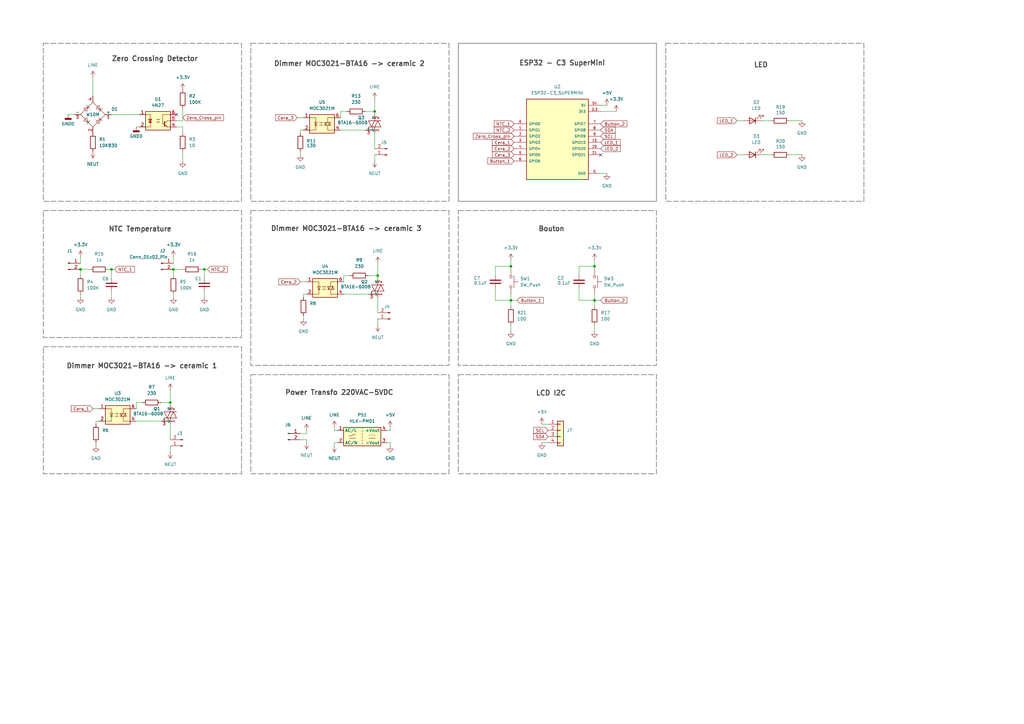
<source format=kicad_sch>
(kicad_sch (version 20231120) (generator "eeschema") (generator_version "8.0")
  (paper "A3")
  (title_block (title "HotPlate_Soldering") (date "2024-09-17"))
  (lib_symbols
    (symbol "Connector:Conn_01x02_Pin" (pin_names (offset 1.016) hide)
      (property "Reference" "J" (at 0 2.54 0))
      (property "Value" "Conn_01x02_Pin" (at 0 -5.08 0))
      (symbol "Conn_01x02_Pin_1_1"
        (polyline (pts (xy 1.27 -2.54) (xy 0.8636 -2.54)) (stroke (width 0.1524)))
        (polyline (pts (xy 1.27 0) (xy 0.8636 0)) (stroke (width 0.1524)))
        (rectangle (start 0.8636 -2.413) (end 0 -2.667) (stroke (width 0.1524)) (fill (type outline)))
        (rectangle (start 0.8636 0.127) (end 0 -0.127) (stroke (width 0.1524)) (fill (type outline)))
        (pin passive line (at 5.08 0 180) (length 3.81) (name "Pin_1") (number "1"))
        (pin passive line (at 5.08 -2.54 180) (length 3.81) (name "Pin_2") (number "2"))
      )
    )
    (symbol "Connector_Generic:Conn_01x04" (pin_names (offset 1.016) hide)
      (property "Reference" "J" (at 0 5.08 0))
      (property "Value" "Conn_01x04" (at 0 -7.62 0))
      (symbol "Conn_01x04_1_1"
        (rectangle (start -1.27 -4.953) (end 0 -5.207) (stroke (width 0.1524)))
        (rectangle (start -1.27 -2.413) (end 0 -2.667) (stroke (width 0.1524)))
        (rectangle (start -1.27 0.127) (end 0 -0.127) (stroke (width 0.1524)))
        (rectangle (start -1.27 2.667) (end 0 2.413) (stroke (width 0.1524)))
        (rectangle (start -1.27 3.81) (end 1.27 -6.35) (stroke (width 0.254)) (fill (type background)))
        (pin passive line (at -5.08 2.54 0) (length 3.81) (name "Pin_1") (number "1"))
        (pin passive line (at -5.08 0 0) (length 3.81) (name "Pin_2") (number "2"))
        (pin passive line (at -5.08 -2.54 0) (length 3.81) (name "Pin_3") (number "3"))
        (pin passive line (at -5.08 -5.08 0) (length 3.81) (name "Pin_4") (number "4"))
      )
    )
    (symbol "Converter_ACDC:HLK-PM01"
      (property "Reference" "PS" (at 0 5.08 0))
      (property "Value" "HLK-PM01" (at 0 -5.08 0))
      (symbol "HLK-PM01_0_1"
        (rectangle (start -7.62 3.81) (end 7.62 -3.81) (stroke (width 0.254)) (fill (type background)))
        (arc (start -5.334 0.635) (mid -4.699 0.2495) (end -4.064 0.635))
        (arc (start -2.794 0.635) (mid -3.429 1.0072) (end -4.064 0.635))
        (polyline (pts (xy -5.334 -0.635) (xy -2.794 -0.635)))
        (polyline (pts (xy 0 -2.54) (xy 0 -3.175)))
        (polyline (pts (xy 0 -1.27) (xy 0 -1.905)))
        (polyline (pts (xy 0 0) (xy 0 -0.635)))
        (polyline (pts (xy 0 1.27) (xy 0 0.635)))
        (polyline (pts (xy 0 2.54) (xy 0 1.905)))
        (polyline (pts (xy 0 3.81) (xy 0 3.175)))
        (polyline (pts (xy 2.794 -0.635) (xy 5.334 -0.635)))
        (polyline (pts (xy 2.794 0.635) (xy 3.302 0.635)))
        (polyline (pts (xy 3.81 0.635) (xy 4.318 0.635)))
        (polyline (pts (xy 4.826 0.635) (xy 5.334 0.635)))
      )
      (symbol "HLK-PM01_1_1"
        (pin power_in line (at -10.16 2.54 0) (length 2.54) (name "AC/L") (number "1"))
        (pin power_in line (at -10.16 -2.54 0) (length 2.54) (name "AC/N") (number "2"))
        (pin power_out line (at 10.16 -2.54 180) (length 2.54) (name "-Vout") (number "3"))
        (pin power_out line (at 10.16 2.54 180) (length 2.54) (name "+Vout") (number "4"))
      )
    )
    (symbol "Device:R" (pin_numbers hide) (pin_names (offset 0))
      (property "Reference" "R" (at 2.032 0 90))
      (property "Value" "R" (at 0 0 90))
      (symbol "R_0_1"
        (rectangle (start -1.016 -2.54) (end 1.016 2.54) (stroke (width 0.254)))
      )
      (symbol "R_1_1"
        (pin passive line (at 0 3.81 270) (length 1.27) (name "~") (number "1"))
        (pin passive line (at 0 -3.81 90) (length 1.27) (name "~") (number "2"))
      )
    )
    (symbol "Diode_Bridge:W10G" (pin_names (offset 0))
      (property "Reference" "D" (at 2.54 6.985 0))
      (property "Value" "W10G" (at 2.54 5.08 0))
      (symbol "W10G_0_1"
        (polyline (pts (xy -2.54 3.81) (xy -1.27 2.54)))
        (polyline (pts (xy -1.27 -2.54) (xy -2.54 -3.81)))
        (polyline (pts (xy 2.54 -1.27) (xy 3.81 -2.54)))
        (polyline (pts (xy 2.54 1.27) (xy 3.81 2.54)))
        (polyline (pts (xy -3.81 2.54) (xy -2.54 1.27) (xy -1.905 3.175) (xy -3.81 2.54)))
        (polyline (pts (xy -2.54 -1.27) (xy -3.81 -2.54) (xy -1.905 -3.175) (xy -2.54 -1.27)))
        (polyline (pts (xy 1.27 2.54) (xy 2.54 3.81) (xy 3.175 1.905) (xy 1.27 2.54)))
        (polyline (pts (xy 3.175 -1.905) (xy 1.27 -2.54) (xy 2.54 -3.81) (xy 3.175 -1.905)))
        (polyline (pts (xy -5.08 0) (xy 0 -5.08) (xy 5.08 0) (xy 0 5.08) (xy -5.08 0)))
      )
      (symbol "W10G_1_1"
        (pin passive line (at 7.62 0 180) (length 2.54) (name "+") (number "1"))
        (pin passive line (at 0 -7.62 90) (length 2.54) (name "~") (number "2"))
        (pin passive line (at -7.62 0 0) (length 2.54) (name "-") (number "3"))
        (pin passive line (at 0 7.62 270) (length 2.54) (name "~") (number "4"))
      )
    )
    (symbol "ESP32-C3_SUPERMINI:ESP32-C3_SUPERMINI" (pin_names (offset 1.016))
      (property "Reference" "U" (at -12.7 16.002 0))
      (property "Value" "ESP32-C3_SUPERMINI" (at -12.7 -20.32 0))
      (symbol "ESP32-C3_SUPERMINI_0_0"
        (rectangle (start -12.7 -17.78) (end 12.7 15.24) (stroke (width 0.254)) (fill (type background)))
        (pin bidirectional line (at -17.78 5.08 0) (length 5.08) (name "GPIO0") (number "0"))
        (pin bidirectional line (at -17.78 2.54 0) (length 5.08) (name "GPIO1") (number "1"))
        (pin bidirectional line (at 17.78 -2.54 180) (length 5.08) (name "GPIO10") (number "10"))
        (pin bidirectional line (at -17.78 0 0) (length 5.08) (name "GPIO2") (number "2"))
        (pin bidirectional line (at 17.78 -5.08 180) (length 5.08) (name "GPIO20") (number "20"))
        (pin bidirectional line (at 17.78 -7.62 180) (length 5.08) (name "GPIO21") (number "21"))
        (pin bidirectional line (at -17.78 -2.54 0) (length 5.08) (name "GPIO3") (number "3"))
        (pin power_in line (at 17.78 10.16 180) (length 5.08) (name "3V3") (number "3.3"))
        (pin bidirectional line (at -17.78 -5.08 0) (length 5.08) (name "GPIO4") (number "4"))
        (pin bidirectional line (at -17.78 -7.62 0) (length 5.08) (name "GPIO5") (number "5"))
        (pin power_in line (at 17.78 12.7 180) (length 5.08) (name "5V") (number "5V"))
        (pin bidirectional line (at -17.78 -10.16 0) (length 5.08) (name "GPIO6") (number "6"))
        (pin bidirectional line (at 17.78 5.08 180) (length 5.08) (name "GPIO7") (number "7"))
        (pin bidirectional line (at 17.78 2.54 180) (length 5.08) (name "GPIO8") (number "8"))
        (pin bidirectional line (at 17.78 0 180) (length 5.08) (name "GPIO9") (number "9"))
        (pin power_in line (at 17.78 -15.24 180) (length 5.08) (name "GND") (number "G"))
      )
    )
    (symbol "Isolator:4N27" (pin_names (offset 1.016))
      (property "Reference" "U" (at -5.08 5.08 0))
      (property "Value" "4N27" (at 0 5.08 0))
      (symbol "4N27_0_1"
        (rectangle (start -5.08 3.81) (end 5.08 -3.81) (stroke (width 0.254)) (fill (type background)))
        (polyline (pts (xy -3.81 -0.635) (xy -2.54 -0.635)) (stroke (width 0.254)))
        (polyline (pts (xy 2.667 -1.397) (xy 3.81 -2.54)))
        (polyline (pts (xy 2.667 -1.143) (xy 3.81 0)))
        (polyline (pts (xy 3.81 -2.54) (xy 5.08 -2.54)))
        (polyline (pts (xy 3.81 0) (xy 5.08 0)))
        (polyline (pts (xy 2.667 -0.254) (xy 2.667 -2.286) (xy 2.667 -2.286)) (stroke (width 0.3556)))
        (polyline (pts (xy -5.08 -2.54) (xy -3.175 -2.54) (xy -3.175 2.54) (xy -5.08 2.54)))
        (polyline (pts (xy -3.175 -0.635) (xy -3.81 0.635) (xy -2.54 0.635) (xy -3.175 -0.635)) (stroke (width 0.254)))
        (polyline (pts (xy 3.683 -2.413) (xy 3.429 -1.905) (xy 3.175 -2.159) (xy 3.683 -2.413)))
        (polyline (pts (xy 5.08 2.54) (xy 1.905 2.54) (xy 1.905 -1.27) (xy 2.54 -1.27)))
        (polyline (pts (xy -0.635 -0.508) (xy 0.635 -0.508) (xy 0.254 -0.635) (xy 0.254 -0.381) (xy 0.635 -0.508)))
        (polyline (pts (xy -0.635 0.508) (xy 0.635 0.508) (xy 0.254 0.381) (xy 0.254 0.635) (xy 0.635 0.508)))
      )
      (symbol "4N27_1_1"
        (pin passive line (at -7.62 2.54 0) (length 2.54) (name "~") (number "1"))
        (pin passive line (at -7.62 -2.54 0) (length 2.54) (name "~") (number "2"))
        (pin no_connect line (at -5.08 0 0) (length 2.54) hide (name "NC") (number "3"))
        (pin passive line (at 7.62 -2.54 180) (length 2.54) (name "~") (number "4"))
        (pin passive line (at 7.62 0 180) (length 2.54) (name "~") (number "5"))
        (pin passive line (at 7.62 2.54 180) (length 2.54) (name "~") (number "6"))
      )
    )
    (symbol "Modules_domotiques_V2:LED" (pin_numbers hide) (pin_names (offset 1.016) hide)
      (property "Reference" "D" (at 0 2.54 0))
      (property "Value" "LED" (at 0 -2.54 0))
      (symbol "LED_0_1"
        (polyline (pts (xy -1.27 -1.27) (xy -1.27 1.27)) (stroke (width 0.254)))
        (polyline (pts (xy -1.27 0) (xy 1.27 0)))
        (polyline (pts (xy 1.27 -1.27) (xy 1.27 1.27) (xy -1.27 0) (xy 1.27 -1.27)) (stroke (width 0.254)))
        (polyline (pts (xy -3.048 -0.762) (xy -4.572 -2.286) (xy -3.81 -2.286) (xy -4.572 -2.286) (xy -4.572 -1.524)))
        (polyline (pts (xy -1.778 -0.762) (xy -3.302 -2.286) (xy -2.54 -2.286) (xy -3.302 -2.286) (xy -3.302 -1.524)))
      )
      (symbol "LED_1_1"
        (pin passive line (at -3.81 0 0) (length 2.54) (name "K") (number "1"))
        (pin passive line (at 3.81 0 180) (length 2.54) (name "A") (number "2"))
      )
    )
    (symbol "PCM_SL_Devices:Capacitor_NP"
      (property "Reference" "C" (at 0 6.35 0))
      (property "Value" "Capacitor_NP" (at 0 3.81 0))
      (symbol "Capacitor_NP_0_1"
        (rectangle (start -0.762 2.286) (end -0.508 -2.286) (fill (type outline)))
        (rectangle (start 0.508 2.286) (end 0.762 -2.286) (fill (type outline)))
      )
      (symbol "Capacitor_NP_1_1"
        (pin passive line (at -2.54 0 0) (length 2) (name "~") (number "1"))
        (pin input line (at 2.54 0 180) (length 2) (name "~") (number "2"))
      )
    )
    (symbol "Relay_SolidState:MOC3021M"
      (property "Reference" "U" (at -5.334 4.826 0))
      (property "Value" "MOC3021M" (at 0 5.08 0))
      (symbol "MOC3021M_0_1"
        (rectangle (start -5.08 3.81) (end 5.08 -3.81) (stroke (width 0.254)) (fill (type background)))
        (polyline (pts (xy -3.175 -0.635) (xy -1.905 -0.635)))
        (polyline (pts (xy 1.524 -0.635) (xy 1.524 0.635)))
        (polyline (pts (xy 3.048 0.635) (xy 3.048 -0.635)))
        (polyline (pts (xy 2.286 -0.635) (xy 2.286 -2.54) (xy 5.08 -2.54)))
        (polyline (pts (xy 2.286 0.635) (xy 2.286 2.54) (xy 5.08 2.54)))
        (polyline (pts (xy -5.08 2.54) (xy -2.54 2.54) (xy -2.54 -2.54) (xy -5.08 -2.54)))
        (polyline (pts (xy -2.54 -0.635) (xy -3.175 0.635) (xy -1.905 0.635) (xy -2.54 -0.635)))
        (polyline (pts (xy 0.889 -0.635) (xy 3.683 -0.635) (xy 3.048 0.635) (xy 2.413 -0.635)))
        (polyline (pts (xy 3.683 0.635) (xy 0.889 0.635) (xy 1.524 -0.635) (xy 2.159 0.635)))
        (polyline (pts (xy -1.143 -0.508) (xy 0.127 -0.508) (xy -0.254 -0.635) (xy -0.254 -0.381) (xy 0.127 -0.508)))
        (polyline (pts (xy -1.143 0.508) (xy 0.127 0.508) (xy -0.254 0.381) (xy -0.254 0.635) (xy 0.127 0.508)))
      )
      (symbol "MOC3021M_1_1"
        (pin passive line (at -7.62 2.54 0) (length 2.54) (name "~") (number "1"))
        (pin passive line (at -7.62 -2.54 0) (length 2.54) (name "~") (number "2"))
        (pin no_connect line (at -5.08 0 0) (length 2.54) hide (name "NC") (number "3"))
        (pin passive line (at 7.62 -2.54 180) (length 2.54) (name "~") (number "4"))
        (pin no_connect line (at 5.08 0 180) (length 2.54) hide (name "NC") (number "5"))
        (pin passive line (at 7.62 2.54 180) (length 2.54) (name "~") (number "6"))
      )
    )
    (symbol "Switch:SW_Push" (pin_numbers hide) (pin_names (offset 1.016) hide)
      (property "Reference" "SW" (at 1.27 2.54 0))
      (property "Value" "SW_Push" (at 0 -1.524 0))
      (symbol "SW_Push_0_1"
        (circle (center -2.032 0) (radius 0.508))
        (polyline (pts (xy 0 1.27) (xy 0 3.048)))
        (polyline (pts (xy 2.54 1.27) (xy -2.54 1.27)))
        (circle (center 2.032 0) (radius 0.508))
        (pin passive line (at -5.08 0 0) (length 2.54) (name "1") (number "1"))
        (pin passive line (at 5.08 0 180) (length 2.54) (name "2") (number "2"))
      )
    )
    (symbol "Triac_Thyristor:BTA16-600B" (pin_names (offset 0))
      (property "Reference" "Q" (at 5.08 1.905 0))
      (property "Value" "BTA16-600B" (at 5.08 0 0))
      (symbol "BTA16-600B_0_1"
        (polyline (pts (xy -2.54 -1.27) (xy 2.54 -1.27)) (stroke (width 0.2032)))
        (polyline (pts (xy -2.54 1.27) (xy 2.54 1.27)) (stroke (width 0.2032)))
        (polyline (pts (xy -1.27 -2.54) (xy -0.635 -1.27)))
        (polyline (pts (xy -2.54 1.27) (xy -1.27 -1.27) (xy 0 1.27)) (stroke (width 0.2032)))
        (polyline (pts (xy 0 -1.27) (xy 1.27 1.27) (xy 2.54 -1.27)) (stroke (width 0.2032)))
      )
      (symbol "BTA16-600B_1_1"
        (pin passive line (at 0 -3.81 90) (length 2.54) (name "A1") (number "1"))
        (pin passive line (at 0 3.81 270) (length 2.54) (name "A2") (number "2"))
        (pin input line (at -3.81 -2.54 0) (length 2.54) (name "G") (number "3"))
      )
    )
    (symbol "power:+3.3V" (power) (pin_names (offset 0))
      (property "Value" "+3.3V" (at 0 3.556 0))
      (symbol "+3.3V_0_1"
        (polyline (pts (xy -0.762 1.27) (xy 0 2.54)))
        (polyline (pts (xy 0 0) (xy 0 2.54)))
        (polyline (pts (xy 0 2.54) (xy 0.762 1.27)))
      )
      (symbol "+3.3V_1_1"
        (pin power_in line (at 0 0 90) (length 0) hide (name "+3.3V") (number "1"))
      )
    )
    (symbol "power:+5V" (power) (pin_names (offset 0))
      (property "Value" "+5V" (at 0 3.556 0))
      (symbol "+5V_0_1"
        (polyline (pts (xy -0.762 1.27) (xy 0 2.54)))
        (polyline (pts (xy 0 0) (xy 0 2.54)))
        (polyline (pts (xy 0 2.54) (xy 0.762 1.27)))
      )
      (symbol "+5V_1_1"
        (pin power_in line (at 0 0 90) (length 0) hide (name "+5V") (number "1"))
      )
    )
    (symbol "power:GND" (power) (pin_names (offset 0))
      (property "Value" "GND" (at 0 -3.81 0))
      (symbol "GND_0_1"
        (polyline (pts (xy 0 0) (xy 0 -1.27) (xy 1.27 -1.27) (xy 0 -2.54) (xy -1.27 -1.27) (xy 0 -1.27)))
      )
      (symbol "GND_1_1"
        (pin power_in line (at 0 0 270) (length 0) hide (name "GND") (number "1"))
      )
    )
    (symbol "power:GNDD" (power) (pin_names (offset 0))
      (property "Value" "GNDD" (at 0 -3.175 0))
      (symbol "GNDD_0_1"
        (rectangle (start -1.27 -1.524) (end 1.27 -2.032) (stroke (width 0.254)) (fill (type outline)))
        (polyline (pts (xy 0 0) (xy 0 -1.524)))
      )
      (symbol "GNDD_1_1"
        (pin power_in line (at 0 0 270) (length 0) hide (name "GNDD") (number "1"))
      )
    )
    (symbol "power:LINE" (power) (pin_names (offset 0))
      (property "Value" "LINE" (at 0 3.81 0))
      (symbol "LINE_0_1"
        (polyline (pts (xy -0.762 1.27) (xy 0 2.54)))
        (polyline (pts (xy 0 0) (xy 0 2.54)))
        (polyline (pts (xy 0 2.54) (xy 0.762 1.27)))
      )
      (symbol "LINE_1_1"
        (pin power_in line (at 0 0 90) (length 0) hide (name "LINE") (number "1"))
      )
    )
    (symbol "power:NEUT" (power) (pin_names (offset 0))
      (property "Value" "NEUT" (at 0 3.81 0))
      (symbol "NEUT_0_1"
        (polyline (pts (xy -0.762 1.27) (xy 0 2.54)))
        (polyline (pts (xy 0 0) (xy 0 2.54)))
        (polyline (pts (xy 0 2.54) (xy 0.762 1.27)))
      )
      (symbol "NEUT_1_1"
        (pin power_in line (at 0 0 90) (length 0) hide (name "NEUT") (number "1"))
      )
    )
  )
  (junction (at 33.02 110.49))
  (junction (at 69.85 165.1))
  (junction (at 243.84 123.19))
  (junction (at 209.55 123.19))
  (junction (at 209.55 109.22))
  (junction (at 243.84 109.22))
  (junction (at 45.72 110.49))
  (junction (at 71.12 110.49))
  (junction (at 153.67 45.72))
  (junction (at 154.94 113.03))
  (junction (at 83.82 110.49))
  (no_connect (at 246.38 63.5))
  (no_connect (at 72.39 46.99))
  (wire (pts (xy 153.67 54.61) (xy 153.67 60.96)))
  (wire (pts (xy 209.55 135.89) (xy 209.55 133.35)))
  (wire (pts (xy 69.85 165.1) (xy 69.85 166.37)))
  (wire (pts (xy 154.94 130.81) (xy 154.94 133.35)))
  (wire (pts (xy 45.72 110.49) (xy 45.72 114.3)))
  (wire (pts (xy 160.02 181.61) (xy 160.02 182.88)))
  (wire (pts (xy 154.94 121.92) (xy 154.94 128.27)))
  (wire (pts (xy 209.55 123.19) (xy 212.09 123.19)))
  (wire (pts (xy 154.94 113.03) (xy 154.94 114.3)))
  (wire (pts (xy 74.93 62.23) (xy 74.93 66.04)))
  (wire (pts (xy 39.37 181.61) (xy 39.37 182.88)))
  (wire (pts (xy 328.93 63.5) (xy 323.85 63.5)))
  (wire (pts (xy 123.19 53.34) (xy 124.46 53.34)))
  (wire (pts (xy 69.85 160.02) (xy 69.85 165.1)))
  (wire (pts (xy 237.49 113.03) (xy 237.49 109.22)))
  (wire (pts (xy 69.85 173.99) (xy 69.85 180.34)))
  (wire (pts (xy 74.93 52.07) (xy 72.39 52.07)))
  (wire (pts (xy 66.04 165.1) (xy 69.85 165.1)))
  (wire (pts (xy 203.2 109.22) (xy 209.55 109.22)))
  (wire (pts (xy 243.84 125.73) (xy 243.84 123.19)))
  (wire (pts (xy 149.86 45.72) (xy 153.67 45.72)))
  (wire (pts (xy 312.42 49.53) (xy 316.23 49.53)))
  (wire (pts (xy 209.55 120.65) (xy 209.55 123.19)))
  (wire (pts (xy 55.88 172.72) (xy 66.04 172.72)))
  (wire (pts (xy 243.84 120.65) (xy 243.84 123.19)))
  (wire (pts (xy 123.19 62.23) (xy 123.19 63.5)))
  (wire (pts (xy 246.38 45.72) (xy 252.73 45.72)))
  (wire (pts (xy 237.49 123.19) (xy 243.84 123.19)))
  (wire (pts (xy 137.16 181.61) (xy 138.43 181.61)))
  (wire (pts (xy 139.7 53.34) (xy 149.86 53.34)))
  (wire (pts (xy 38.1 31.75) (xy 38.1 39.37)))
  (wire (pts (xy 137.16 182.88) (xy 137.16 181.61)))
  (wire (pts (xy 243.84 123.19) (xy 246.38 123.19)))
  (wire (pts (xy 243.84 109.22) (xy 243.84 110.49)))
  (wire (pts (xy 237.49 109.22) (xy 243.84 109.22)))
  (wire (pts (xy 123.19 180.34) (xy 125.73 180.34)))
  (wire (pts (xy 137.16 175.26) (xy 137.16 176.53)))
  (wire (pts (xy 143.51 113.03) (xy 140.97 113.03)))
  (wire (pts (xy 123.19 115.57) (xy 125.73 115.57)))
  (wire (pts (xy 45.72 119.38) (xy 45.72 121.92)))
  (wire (pts (xy 74.93 52.07) (xy 74.93 54.61)))
  (wire (pts (xy 246.38 71.12) (xy 248.92 71.12)))
  (wire (pts (xy 74.93 44.45) (xy 74.93 49.53)))
  (wire (pts (xy 140.97 120.65) (xy 151.13 120.65)))
  (wire (pts (xy 71.12 121.92) (xy 71.12 120.65)))
  (wire (pts (xy 44.45 110.49) (xy 45.72 110.49)))
  (wire (pts (xy 209.55 125.73) (xy 209.55 123.19)))
  (wire (pts (xy 203.2 118.11) (xy 203.2 123.19)))
  (wire (pts (xy 312.42 63.5) (xy 316.23 63.5)))
  (wire (pts (xy 33.02 110.49) (xy 36.83 110.49)))
  (wire (pts (xy 123.19 177.8) (xy 125.73 177.8)))
  (wire (pts (xy 137.16 176.53) (xy 138.43 176.53)))
  (wire (pts (xy 125.73 177.8) (xy 125.73 176.53)))
  (wire (pts (xy 82.55 110.49) (xy 83.82 110.49)))
  (wire (pts (xy 55.88 165.1) (xy 55.88 167.64)))
  (wire (pts (xy 153.67 63.5) (xy 153.67 66.04)))
  (wire (pts (xy 302.26 63.5) (xy 304.8 63.5)))
  (wire (pts (xy 140.97 113.03) (xy 140.97 115.57)))
  (wire (pts (xy 71.12 105.41) (xy 71.12 107.95)))
  (wire (pts (xy 69.85 182.88) (xy 69.85 185.42)))
  (wire (pts (xy 55.88 52.07) (xy 57.15 52.07)))
  (wire (pts (xy 302.26 49.53) (xy 304.8 49.53)))
  (wire (pts (xy 39.37 172.72) (xy 40.64 172.72)))
  (wire (pts (xy 124.46 121.92) (xy 124.46 120.65)))
  (wire (pts (xy 153.67 45.72) (xy 153.67 46.99)))
  (wire (pts (xy 154.94 107.95) (xy 154.94 113.03)))
  (wire (pts (xy 39.37 173.99) (xy 39.37 172.72)))
  (wire (pts (xy 45.72 110.49) (xy 46.99 110.49)))
  (wire (pts (xy 209.55 106.68) (xy 209.55 109.22)))
  (wire (pts (xy 328.93 49.53) (xy 323.85 49.53)))
  (wire (pts (xy 153.67 40.64) (xy 153.67 45.72)))
  (wire (pts (xy 121.92 48.26) (xy 124.46 48.26)))
  (wire (pts (xy 33.02 110.49) (xy 33.02 113.03)))
  (wire (pts (xy 125.73 180.34) (xy 125.73 181.61)))
  (wire (pts (xy 45.72 46.99) (xy 57.15 46.99)))
  (wire (pts (xy 158.75 176.53) (xy 160.02 176.53)))
  (wire (pts (xy 33.02 105.41) (xy 33.02 107.95)))
  (wire (pts (xy 243.84 106.68) (xy 243.84 109.22)))
  (wire (pts (xy 83.82 110.49) (xy 85.09 110.49)))
  (wire (pts (xy 160.02 176.53) (xy 160.02 175.26)))
  (wire (pts (xy 246.38 43.18) (xy 248.92 43.18)))
  (wire (pts (xy 209.55 109.22) (xy 209.55 110.49)))
  (wire (pts (xy 72.39 49.53) (xy 74.93 49.53)))
  (wire (pts (xy 83.82 119.38) (xy 83.82 121.92)))
  (wire (pts (xy 38.1 167.64) (xy 40.64 167.64)))
  (wire (pts (xy 151.13 113.03) (xy 154.94 113.03)))
  (wire (pts (xy 83.82 110.49) (xy 83.82 114.3)))
  (wire (pts (xy 33.02 121.92) (xy 33.02 120.65)))
  (wire (pts (xy 203.2 123.19) (xy 209.55 123.19)))
  (wire (pts (xy 58.42 165.1) (xy 55.88 165.1)))
  (wire (pts (xy 203.2 113.03) (xy 203.2 109.22)))
  (wire (pts (xy 71.12 110.49) (xy 71.12 113.03)))
  (wire (pts (xy 158.75 181.61) (xy 160.02 181.61)))
  (wire (pts (xy 139.7 45.72) (xy 139.7 48.26)))
  (wire (pts (xy 124.46 129.54) (xy 124.46 130.81)))
  (wire (pts (xy 243.84 135.89) (xy 243.84 133.35)))
  (wire (pts (xy 222.25 173.99) (xy 224.79 173.99)))
  (wire (pts (xy 222.25 181.61) (xy 224.79 181.61)))
  (wire (pts (xy 27.94 46.99) (xy 30.48 46.99)))
  (wire (pts (xy 71.12 110.49) (xy 74.93 110.49)))
  (wire (pts (xy 237.49 118.11) (xy 237.49 123.19)))
  (wire (pts (xy 142.24 45.72) (xy 139.7 45.72)))
  (wire (pts (xy 124.46 120.65) (xy 125.73 120.65)))
  (wire (pts (xy 123.19 54.61) (xy 123.19 53.34)))
  (rectangle (start 187.96 17.78) (end 269.24 82.55) (stroke (width 0.2) (color 72 72 72 1)))
  (rectangle (start 17.78 86.36) (end 99.06 138.43) (stroke (width 0.2) (type dash) (color 72 72 72 1)))
  (rectangle (start 102.87 86.36) (end 184.15 149.86) (stroke (width 0.2) (type dash) (color 72 72 72 1)))
  (rectangle (start 273.05 17.78) (end 354.33 82.55) (stroke (width 0.2) (type dash) (color 72 72 72 1)))
  (rectangle (start 187.96 86.36) (end 269.24 149.86) (stroke (width 0.2) (type dash) (color 72 72 72 1)))
  (rectangle (start 17.78 142.24) (end 99.06 194.31) (stroke (width 0.2) (type dash) (color 72 72 72 1)))
  (rectangle (start 102.87 153.67) (end 184.15 194.31) (stroke (width 0.2) (type dash) (color 72 72 72 1)))
  (rectangle (start 187.96 153.67) (end 269.24 194.31) (stroke (width 0.2) (type dash) (color 72 72 72 1)))
  (rectangle (start 17.78 17.78) (end 99.06 82.55) (stroke (width 0.2) (type dash) (color 72 72 72 1)))
  (rectangle (start 102.87 17.78) (end 184.15 82.55) (stroke (width 0.2) (type dash) (color 72 72 72 1)))
  (text "NTC Temperature" (at 44.45 95.25 0) (effects (font (size 2 2) (thickness 0.4) (bold yes)) (justify left bottom)))
  (text "ESP32 - C3 SuperMini\n" (at 212.852 27.178 0) (effects (font (size 2 2) (thickness 0.4) (bold yes)) (justify left bottom)))
  (text "Zero Crossing Detector\n" (at 45.72 25.4 0) (effects (font (size 2 2) (thickness 0.4) (bold yes)) (justify left bottom)))
  (text "Dimmer MOC3021-BTA16 -> ceramic 3\n\n" (at 110.998 98.298 0) (effects (font (size 2 2) (thickness 0.4) (bold yes)) (justify left bottom)))
  (text "LED\n" (at 309.118 27.94 0) (effects (font (size 2 2) (thickness 0.4) (bold yes)) (justify left bottom)))
  (text "Power Transfo 220VAC-5VDC\n" (at 116.84 162.306 0) (effects (font (size 2 2) (thickness 0.4) (bold yes)) (justify left bottom)))
  (text "Dimmer MOC3021-BTA16 -> ceramic 1\n" (at 27.178 151.384 0) (effects (font (size 2 2) (thickness 0.4) (bold yes)) (justify left bottom)))
  (text "Dimmer MOC3021-BTA16 -> ceramic 2\n" (at 112.268 27.432 0) (effects (font (size 2 2) (thickness 0.4) (bold yes)) (justify left bottom)))
  (text "LCD I2C\n" (at 219.71 162.56 0) (effects (font (size 2 2) (thickness 0.4) (bold yes)) (justify left bottom)))
  (text "Bouton \n\n\n" (at 220.726 101.6 0) (effects (font (size 2 2) (thickness 0.4) (bold yes)) (justify left bottom)))
  (global_label "Zero_Cross_pin" (shape input) (at 210.82 55.88 180) (property "Intersheetrefs" "${INTERSHEET_REFS}" (effects (hide yes))))
  (global_label "Button_2" (shape input) (at 246.38 123.19 0) (property "Intersheetrefs" "${INTERSHEET_REFS}" (effects (hide yes))))
  (global_label "Cera_1" (shape input) (at 38.1 167.64 180) (property "Intersheetrefs" "${INTERSHEET_REFS}" (effects (hide yes))))
  (global_label "NTC_2" (shape input) (at 210.82 53.34 180) (property "Intersheetrefs" "${INTERSHEET_REFS}" (effects (hide yes))))
  (global_label "Cera_2" (shape input) (at 210.82 60.96 180) (property "Intersheetrefs" "${INTERSHEET_REFS}" (effects (hide yes))))
  (global_label "SDA" (shape input) (at 246.38 53.34 0) (property "Intersheetrefs" "${INTERSHEET_REFS}" (effects (hide yes))))
  (global_label "SDA" (shape input) (at 224.79 179.07 180) (property "Intersheetrefs" "${INTERSHEET_REFS}" (effects (hide yes))))
  (global_label "NTC_2" (shape input) (at 85.09 110.49 0) (property "Intersheetrefs" "${INTERSHEET_REFS}" (effects (hide yes))))
  (global_label "LED_1" (shape input) (at 246.38 58.42 0) (property "Intersheetrefs" "${INTERSHEET_REFS}" (effects (hide yes))))
  (global_label "LED_1" (shape input) (at 302.26 49.53 180) (property "Intersheetrefs" "${INTERSHEET_REFS}" (effects (hide yes))))
  (global_label "Cera_1" (shape input) (at 210.82 58.42 180) (property "Intersheetrefs" "${INTERSHEET_REFS}" (effects (hide yes))))
  (global_label "LED_2" (shape input) (at 246.38 60.96 0) (property "Intersheetrefs" "${INTERSHEET_REFS}" (effects (hide yes))))
  (global_label "Button_1" (shape input) (at 212.09 123.19 0) (property "Intersheetrefs" "${INTERSHEET_REFS}" (effects (hide yes))))
  (global_label "SCL" (shape input) (at 224.79 176.53 180) (property "Intersheetrefs" "${INTERSHEET_REFS}" (effects (hide yes))))
  (global_label "Button_1" (shape input) (at 210.82 66.04 180) (property "Intersheetrefs" "${INTERSHEET_REFS}" (effects (hide yes))))
  (global_label "NTC_1" (shape input) (at 210.82 50.8 180) (property "Intersheetrefs" "${INTERSHEET_REFS}" (effects (hide yes))))
  (global_label "Zero_Cross_pin" (shape input) (at 74.93 48.26 0) (property "Intersheetrefs" "${INTERSHEET_REFS}" (effects (hide yes))))
  (global_label "Cera_2" (shape input) (at 123.19 115.57 180) (property "Intersheetrefs" "${INTERSHEET_REFS}" (effects (hide yes))))
  (global_label "Button_2" (shape input) (at 246.38 50.8 0) (property "Intersheetrefs" "${INTERSHEET_REFS}" (effects (hide yes))))
  (global_label "NTC_1" (shape input) (at 46.99 110.49 0) (property "Intersheetrefs" "${INTERSHEET_REFS}" (effects (hide yes))))
  (global_label "Cera_3" (shape input) (at 210.82 63.5 180) (property "Intersheetrefs" "${INTERSHEET_REFS}" (effects (hide yes))))
  (global_label "Cera_3" (shape input) (at 121.92 48.26 180) (property "Intersheetrefs" "${INTERSHEET_REFS}" (effects (hide yes))))
  (global_label "LED_2" (shape input) (at 302.26 63.5 180) (property "Intersheetrefs" "${INTERSHEET_REFS}" (effects (hide yes))))
  (global_label "SCL" (shape input) (at 246.38 55.88 0) (property "Intersheetrefs" "${INTERSHEET_REFS}" (effects (hide yes))))
  (symbol (lib_id "power:NEUT") (at 125.73 181.61 180) (unit 1)
    (property "Reference" "#PWR030" (effects (hide yes)))
    (property "Value" "NEUT" (at 125.73 186.69 0))
  )
  (symbol (lib_id "power:LINE") (at 153.67 40.64 0) (unit 1)
    (property "Reference" "#PWR027" (effects (hide yes)))
    (property "Value" "LINE" (at 153.67 35.56 0))
  )
  (symbol (lib_id "power:+5V") (at 222.25 173.99 0) (unit 1)
    (property "Reference" "#PWR031" (effects (hide yes)))
    (property "Value" "+5V" (at 222.25 168.91 0))
  )
  (symbol (lib_id "Converter_ACDC:HLK-PM01") (at 148.59 179.07 0) (unit 1)
    (property "Reference" "PS1" (at 148.59 170.18 0))
    (property "Value" "HLK-PM01" (at 148.59 172.72 0))
    (property "Footprint" "Converter_ACDC:Converter_ACDC_Hi-Link_HLK-5Mxx" (effects (hide yes)))
    (property "Datasheet" "http://www.hlktech.net/product_detail.php?ProId=54" (effects (hide yes)))
  )
  (symbol (lib_id "Relay_SolidState:MOC3021M") (at 132.08 50.8 0) (unit 1)
    (property "Reference" "U5" (at 132.08 41.91 0))
    (property "Value" "MOC3021M" (at 132.08 44.45 0))
    (property "Footprint" "Package_DIP:DIP-6_W7.62mm" (effects (hide yes)))
    (property "Datasheet" "https://www.onsemi.com/pub/Collateral/MOC3023M-D.PDF" (effects (hide yes)))
  )
  (symbol (lib_id "power:+3.3V") (at 243.84 106.68 0) (unit 1)
    (property "Reference" "#PWR035" (effects (hide yes)))
    (property "Value" "+3.3V" (at 243.84 101.6 0))
  )
  (symbol (lib_id "power:NEUT") (at 137.16 182.88 180) (unit 1)
    (property "Reference" "#PWR022" (effects (hide yes)))
    (property "Value" "NEUT" (at 137.16 187.96 0))
  )
  (symbol (lib_id "power:GND") (at 71.12 121.92 0) (unit 1)
    (property "Reference" "#PWR012" (effects (hide yes)))
    (property "Value" "GND" (at 71.12 127 0))
  )
  (symbol (lib_id "ESP32-C3_SUPERMINI:ESP32-C3_SUPERMINI") (at 228.6 55.88 0) (unit 1)
    (property "Reference" "U2" (at 228.6 35.56 0))
    (property "Value" "ESP32-C3_SUPERMINI" (at 228.6 38.1 0))
    (property "Footprint" "ESP32:MODULE_ESP32-C3_SUPERMINI" (effects (hide yes)))
    (property "Description" "Super tiny ESP32-C3 board" (effects (hide yes)))
    (property "MF" "Espressif Systems" (effects (hide yes)))
    (property "MAXIMUM_PACKAGE_HEIGHT" "4.2mm" (effects (hide yes)))
    (property "Package" "Package" (effects (hide yes)))
    (property "Price" "None" (effects (hide yes)))
    (property "Check_prices" "https://www.snapeda.com/parts/ESP32-C3%20SuperMini/Espressif+Systems/view-part/?ref=eda" (effects (hide yes)))
    (property "STANDARD" "Manufacturer Recommendations" (effects (hide yes)))
    (property "SnapEDA_Link" "https://www.snapeda.com/parts/ESP32-C3%20SuperMini/Espressif+Systems/view-part/?ref=snap" (effects (hide yes)))
    (property "MP" "ESP32-C3 SuperMini" (effects (hide yes)))
    (property "Availability" "Not in stock" (effects (hide yes)))
    (property "MANUFACTURER" "Espressif" (effects (hide yes)))
  )
  (symbol (lib_id "Device:R") (at 71.12 116.84 0) (unit 1)
    (property "Reference" "R5" (at 73.66 115.57 0) (effects (justify left)))
    (property "Value" "100K" (at 73.66 118.11 0) (effects (justify left)))
    (property "Footprint" "Resistor_SMD:R_0805_2012Metric" (effects (hide yes)))
  )
  (symbol (lib_id "power:GND") (at 222.25 181.61 0) (unit 1)
    (property "Reference" "#PWR032" (effects (hide yes)))
    (property "Value" "GND" (at 222.25 186.69 0))
  )
  (symbol (lib_id "Device:R") (at 78.74 110.49 270) (unit 1)
    (property "Reference" "R16" (at 78.74 104.14 90))
    (property "Value" "1k" (at 78.74 106.68 90))
    (property "Footprint" "Resistor_SMD:R_0805_2012Metric" (effects (hide yes)))
  )
  (symbol (lib_id "power:+3.3V") (at 209.55 106.68 0) (unit 1)
    (property "Reference" "#PWR014" (effects (hide yes)))
    (property "Value" "+3.3V" (at 209.55 101.6 0))
  )
  (symbol (lib_id "power:+3.3V") (at 33.02 105.41 0) (unit 1)
    (property "Reference" "#PWR010" (effects (hide yes)))
    (property "Value" "+3.3V" (at 33.02 100.33 0))
  )
  (symbol (lib_id "Isolator:4N27") (at 64.77 49.53 0) (unit 1)
    (property "Reference" "U1" (at 64.77 40.64 0))
    (property "Value" "4N27" (at 64.77 43.18 0))
    (property "Footprint" "Package_DIP:DIP-6_W7.62mm" (effects (hide yes)))
    (property "Datasheet" "https://www.vishay.com/docs/83725/4n25.pdf" (effects (hide yes)))
  )
  (symbol (lib_id "power:GND") (at 243.84 135.89 0) (unit 1)
    (property "Reference" "#PWR036" (effects (hide yes)))
    (property "Value" "GND" (at 243.84 140.97 0))
  )
  (symbol (lib_id "Connector:Conn_01x02_Pin") (at 160.02 130.81 180) (unit 1)
    (property "Reference" "J4" (at 158.75 125.73 0))
    (property "Value" "Conn_01x02_Pin" (effects (hide yes)))
    (property "Footprint" "Connector_Samtec_HPM_THT:Samtec_HPM-02-01-x-S_Straight_1x02_Pitch5.08mm" (effects (hide yes)))
  )
  (symbol (lib_id "power:GND") (at 123.19 63.5 0) (unit 1)
    (property "Reference" "#PWR026" (effects (hide yes)))
    (property "Value" "GND" (at 123.19 68.58 0))
  )
  (symbol (lib_id "Device:R") (at 146.05 45.72 90) (unit 1)
    (property "Reference" "R13" (at 146.05 39.37 90))
    (property "Value" "230" (at 146.05 41.91 90))
    (property "Footprint" "Resistor_SMD:R_0805_2012Metric" (effects (hide yes)))
  )
  (symbol (lib_id "Switch:SW_Push") (at 209.55 115.57 270) (unit 1)
    (property "Reference" "SW1" (at 213.36 114.2999 90) (effects (justify left)))
    (property "Value" "SW_Push" (at 213.36 116.8399 90) (effects (justify left)))
    (property "Footprint" "Library:SW_SPST_PTS645" (effects (hide yes)))
    (property "Description" "Push button switch, generic, two pins" (effects (hide yes)))
  )
  (symbol (lib_id "PCM_SL_Devices:Capacitor_NP") (at 203.2 115.57 90) (unit 1)
    (property "Reference" "C7" (at 194.31 114.046 90) (effects (justify right)))
    (property "Value" "0.1uF" (at 194.31 116.078 90) (effects (justify right)))
    (property "Footprint" "Capacitor_SMD:C_0805_2012Metric_Pad1.18x1.45mm_HandSolder" (effects (hide yes)))
  )
  (symbol (lib_id "power:+3.3V") (at 252.73 45.72 0) (unit 1)
    (property "Reference" "#PWR08" (effects (hide yes)))
    (property "Value" "+3.3V" (at 252.73 40.64 0))
  )
  (symbol (lib_id "Device:R") (at 74.93 40.64 180) (unit 1)
    (property "Reference" "R2" (at 77.47 39.3699 0) (effects (justify right)))
    (property "Value" "100K" (at 77.47 41.9099 0) (effects (justify right)))
    (property "Footprint" "Resistor_SMD:R_0805_2012Metric" (effects (hide yes)))
  )
  (symbol (lib_id "PCM_SL_Devices:Capacitor_NP") (at 45.72 116.84 90) (unit 1)
    (property "Reference" "C6" (at 41.91 114.3 90) (effects (justify right)))
    (property "Value" "0.1" (effects (hide yes)))
    (property "Footprint" "Capacitor_SMD:C_0805_2012Metric_Pad1.18x1.45mm_HandSolder" (effects (hide yes)))
  )
  (symbol (lib_id "Device:R") (at 40.64 110.49 270) (unit 1)
    (property "Reference" "R15" (at 40.64 104.14 90))
    (property "Value" "1k" (at 40.64 106.68 90))
    (property "Footprint" "Resistor_SMD:R_0805_2012Metric" (effects (hide yes)))
  )
  (symbol (lib_id "power:LINE") (at 38.1 31.75 0) (unit 1)
    (property "Reference" "#PWR01" (effects (hide yes)))
    (property "Value" "LINE" (at 38.1 26.67 0))
  )
  (symbol (lib_id "Connector:Conn_01x02_Pin") (at 74.93 182.88 180) (unit 1)
    (property "Reference" "J3" (at 73.66 177.8 0))
    (property "Value" "Conn_01x02_Pin" (effects (hide yes)))
    (property "Footprint" "Connector_Samtec_HPM_THT:Samtec_HPM-02-01-x-S_Straight_1x02_Pitch5.08mm" (effects (hide yes)))
  )
  (symbol (lib_id "PCM_SL_Devices:Capacitor_NP") (at 237.49 115.57 90) (unit 1)
    (property "Reference" "C2" (at 228.6 114.046 90) (effects (justify right)))
    (property "Value" "0.1uF" (at 228.6 116.078 90) (effects (justify right)))
    (property "Footprint" "Capacitor_SMD:C_0805_2012Metric_Pad1.18x1.45mm_HandSolder" (effects (hide yes)))
  )
  (symbol (lib_id "Device:R") (at 74.93 58.42 180) (unit 1)
    (property "Reference" "R3" (at 77.47 57.1499 0) (effects (justify right)))
    (property "Value" "10" (at 77.47 59.6899 0) (effects (justify right)))
    (property "Footprint" "Resistor_SMD:R_0805_2012Metric" (effects (hide yes)))
  )
  (symbol (lib_id "Relay_SolidState:MOC3021M") (at 48.26 170.18 0) (unit 1)
    (property "Reference" "U3" (at 48.26 161.29 0))
    (property "Value" "MOC3021M" (at 48.26 163.83 0))
    (property "Footprint" "Package_DIP:DIP-6_W7.62mm" (effects (hide yes)))
    (property "Datasheet" "https://www.onsemi.com/pub/Collateral/MOC3023M-D.PDF" (effects (hide yes)))
  )
  (symbol (lib_id "power:LINE") (at 137.16 175.26 0) (unit 1)
    (property "Reference" "#PWR021" (effects (hide yes)))
    (property "Value" "LINE" (at 137.16 170.18 0))
  )
  (symbol (lib_id "Triac_Thyristor:BTA16-600B") (at 69.85 170.18 0) (unit 1)
    (property "Reference" "Q1" (at 62.992 167.64 0) (effects (justify left)))
    (property "Value" "BTA16-600B" (at 54.61 169.672 0) (effects (justify left)))
    (property "Footprint" "Package_TO_SOT_THT:TO-220-3_Vertical" (effects (hide yes)))
    (property "Datasheet" "https://www.st.com/resource/en/datasheet/bta16.pdf" (effects (hide yes)))
  )
  (symbol (lib_id "Connector:Conn_01x02_Pin") (at 27.94 107.95 0) (unit 1)
    (property "Reference" "J1" (at 28.575 102.87 0))
    (property "Value" "Conn_01x02_Pin" (effects (hide yes)))
    (property "Footprint" "Connector_PinHeader_2.54mm:PinHeader_1x02_P2.54mm_Vertical" (effects (hide yes)))
  )
  (symbol (lib_id "Connector:Conn_01x02_Pin") (at 66.04 107.95 0) (unit 1)
    (property "Reference" "J2" (at 66.675 102.87 0))
    (property "Value" "Conn_01x02_Pin" (at 60.96 105.41 0))
    (property "Footprint" "Connector_PinHeader_2.54mm:PinHeader_1x02_P2.54mm_Vertical" (effects (hide yes)))
  )
  (symbol (lib_id "power:GND") (at 33.02 121.92 0) (unit 1)
    (property "Reference" "#PWR09" (effects (hide yes)))
    (property "Value" "GND" (at 33.02 127 0))
  )
  (symbol (lib_id "Switch:SW_Push") (at 243.84 115.57 270) (unit 1)
    (property "Reference" "SW3" (at 247.65 114.2999 90) (effects (justify left)))
    (property "Value" "SW_Push" (at 247.65 116.8399 90) (effects (justify left)))
    (property "Footprint" "Library:SW_SPST_PTS645" (effects (hide yes)))
    (property "Description" "Push button switch, generic, two pins" (effects (hide yes)))
  )
  (symbol (lib_id "Device:R") (at 123.19 58.42 0) (unit 1)
    (property "Reference" "R11" (at 125.73 57.7849 0) (effects (justify left)))
    (property "Value" "130" (at 125.73 59.69 0) (effects (justify left)))
    (property "Footprint" "Resistor_SMD:R_0805_2012Metric" (effects (hide yes)))
  )
  (symbol (lib_id "Device:R") (at 320.04 49.53 270) (unit 1)
    (property "Reference" "R19" (at 322.072 43.942 90) (effects (justify right)))
    (property "Value" "150" (at 322.072 46.228 90) (effects (justify right)))
    (property "Footprint" "Resistor_SMD:R_0805_2012Metric_Pad1.20x1.40mm_HandSolder" (effects (hide yes)))
  )
  (symbol (lib_id "power:NEUT") (at 69.85 185.42 180) (unit 1)
    (property "Reference" "#PWR017" (effects (hide yes)))
    (property "Value" "NEUT" (at 69.85 190.5 0))
  )
  (symbol (lib_id "Device:R") (at 147.32 113.03 90) (unit 1)
    (property "Reference" "R9" (at 147.32 106.68 90))
    (property "Value" "230" (at 147.32 109.22 90))
    (property "Footprint" "Resistor_SMD:R_0805_2012Metric" (effects (hide yes)))
  )
  (symbol (lib_id "power:GND") (at 39.37 182.88 0) (unit 1)
    (property "Reference" "#PWR015" (effects (hide yes)))
    (property "Value" "GND" (at 39.37 187.96 0))
  )
  (symbol (lib_id "Device:R") (at 62.23 165.1 90) (unit 1)
    (property "Reference" "R7" (at 62.23 158.75 90))
    (property "Value" "230" (at 62.23 161.29 90))
    (property "Footprint" "Resistor_SMD:R_0805_2012Metric" (effects (hide yes)))
  )
  (symbol (lib_id "power:LINE") (at 69.85 160.02 0) (unit 1)
    (property "Reference" "#PWR016" (effects (hide yes)))
    (property "Value" "LINE" (at 69.85 154.94 0))
  )
  (symbol (lib_id "power:GND") (at 160.02 182.88 0) (unit 1)
    (property "Reference" "#PWR020" (effects (hide yes)))
    (property "Value" "GND" (at 160.02 187.96 0))
  )
  (symbol (lib_id "Modules_domotiques_V2:LED") (at 308.61 63.5 180) (unit 1)
    (property "Reference" "D3" (at 310.1975 55.88 0))
    (property "Value" "LED" (at 310.1975 58.42 0))
    (property "Footprint" "LED_THT:LED_D5.0mm" (effects (hide yes)))
    (property "Description" "Light emitting diode" (effects (hide yes)))
  )
  (symbol (lib_id "Device:R") (at 124.46 125.73 0) (unit 1)
    (property "Reference" "R8" (at 127 124.46 0) (effects (justify left)))
    (property "Value" "130" (effects (hide yes)))
    (property "Footprint" "Resistor_SMD:R_0805_2012Metric" (effects (hide yes)))
  )
  (symbol (lib_id "power:LINE") (at 154.94 107.95 0) (unit 1)
    (property "Reference" "#PWR024" (effects (hide yes)))
    (property "Value" "LINE" (at 154.94 102.87 0))
  )
  (symbol (lib_id "power:GND") (at 83.82 121.92 0) (unit 1)
    (property "Reference" "#PWR013" (effects (hide yes)))
    (property "Value" "GND" (at 83.82 127 0))
  )
  (symbol (lib_id "power:GND") (at 328.93 49.53 0) (unit 1)
    (property "Reference" "#PWR037" (effects (hide yes)))
    (property "Value" "GND" (at 328.93 54.61 0))
  )
  (symbol (lib_id "power:GND") (at 74.93 66.04 0) (unit 1)
    (property "Reference" "#PWR04" (effects (hide yes)))
    (property "Value" "GND" (at 74.93 71.12 0))
  )
  (symbol (lib_id "power:+3.3V") (at 71.12 105.41 0) (unit 1)
    (property "Reference" "#PWR011" (effects (hide yes)))
    (property "Value" "+3.3V" (at 71.12 100.33 0))
  )
  (symbol (lib_id "Device:R") (at 39.37 177.8 0) (unit 1)
    (property "Reference" "R6" (at 41.91 176.53 0) (effects (justify left)))
    (property "Value" "130" (effects (hide yes)))
    (property "Footprint" "Resistor_SMD:R_0805_2012Metric" (effects (hide yes)))
  )
  (symbol (lib_id "power:GND") (at 248.92 71.12 0) (unit 1)
    (property "Reference" "#PWR018" (effects (hide yes)))
    (property "Value" "GND" (at 248.92 76.2 0))
  )
  (symbol (lib_id "Device:R") (at 38.1 58.42 180) (unit 1)
    (property "Reference" "R1" (at 40.64 57.15 0) (effects (justify right)))
    (property "Value" "10K830" (at 40.64 59.69 0) (effects (justify right)))
    (property "Footprint" "Resistor_THT:R_Axial_Power_L25.0mm_W6.4mm_P27.94mm" (effects (hide yes)))
  )
  (symbol (lib_id "power:GND") (at 209.55 135.89 0) (unit 1)
    (property "Reference" "#PWR034" (effects (hide yes)))
    (property "Value" "GND" (at 209.55 140.97 0))
  )
  (symbol (lib_id "Connector:Conn_01x02_Pin") (at 158.75 63.5 180) (unit 1)
    (property "Reference" "J5" (at 157.48 58.42 0))
    (property "Value" "Conn_01x02_Pin" (effects (hide yes)))
    (property "Footprint" "Connector_Samtec_HPM_THT:Samtec_HPM-02-01-x-S_Straight_1x02_Pitch5.08mm" (effects (hide yes)))
  )
  (symbol (lib_id "power:GNDD") (at 55.88 52.07 0) (unit 1)
    (property "Reference" "#PWR03" (effects (hide yes)))
    (property "Value" "GNDD" (at 55.88 55.88 0))
  )
  (symbol (lib_id "power:+5V") (at 248.92 43.18 0) (unit 1)
    (property "Reference" "#PWR05" (effects (hide yes)))
    (property "Value" "+5V" (at 248.92 38.1 0))
  )
  (symbol (lib_id "Diode_Bridge:W10G") (at 38.1 46.99 0) (unit 1)
    (property "Reference" "D1" (at 46.99 44.7741 0))
    (property "Value" "W10M" (at 38.1 46.99 0))
    (property "Footprint" "Diode_THT:Diode_Bridge_Round_D9.8mm" (effects (hide yes)))
    (property "Datasheet" "https://www.vishay.com/docs/88769/woo5g.pdf" (effects (hide yes)))
  )
  (symbol (lib_id "power:GNDD") (at 27.94 46.99 0) (unit 1)
    (property "Reference" "#PWR07" (effects (hide yes)))
    (property "Value" "GNDD" (at 27.94 50.8 0))
  )
  (symbol (lib_id "power:NEUT") (at 153.67 66.04 180) (unit 1)
    (property "Reference" "#PWR028" (effects (hide yes)))
    (property "Value" "NEUT" (at 153.67 71.12 0))
  )
  (symbol (lib_id "Triac_Thyristor:BTA16-600B") (at 154.94 118.11 0) (unit 1)
    (property "Reference" "Q2" (at 148.082 115.57 0) (effects (justify left)))
    (property "Value" "BTA16-600B" (at 139.7 117.602 0) (effects (justify left)))
    (property "Footprint" "Package_TO_SOT_THT:TO-220-3_Vertical" (effects (hide yes)))
    (property "Datasheet" "https://www.st.com/resource/en/datasheet/bta16.pdf" (effects (hide yes)))
  )
  (symbol (lib_id "Device:R") (at 209.55 129.54 0) (unit 1)
    (property "Reference" "R21" (at 212.09 128.2699 0) (effects (justify left)))
    (property "Value" "100" (at 212.09 130.8099 0) (effects (justify left)))
    (property "Footprint" "Resistor_SMD:R_0805_2012Metric" (effects (hide yes)))
  )
  (symbol (lib_id "Connector_Generic:Conn_01x04") (at 229.87 176.53 0) (unit 1)
    (property "Reference" "J7" (at 232.41 176.5299 0) (effects (justify left)))
    (property "Value" "Conn_01x04" (effects (hide yes)))
    (property "Footprint" "Connector_PinHeader_2.54mm:PinHeader_1x04_P2.54mm_Vertical" (effects (hide yes)))
    (property "Description" "Generic connector, single row, 01x04, script generated (kicad-library-utils/schlib/autogen/connector/)" (effects (hide yes)))
  )
  (symbol (lib_id "Device:R") (at 320.04 63.5 270) (unit 1)
    (property "Reference" "R20" (at 322.072 57.912 90) (effects (justify right)))
    (property "Value" "150" (at 322.072 60.198 90) (effects (justify right)))
    (property "Footprint" "Resistor_SMD:R_0805_2012Metric_Pad1.20x1.40mm_HandSolder" (effects (hide yes)))
  )
  (symbol (lib_id "power:GND") (at 328.93 63.5 0) (unit 1)
    (property "Reference" "#PWR038" (effects (hide yes)))
    (property "Value" "GND" (at 328.93 68.58 0))
  )
  (symbol (lib_id "Connector:Conn_01x02_Pin") (at 118.11 177.8 0) (unit 1)
    (property "Reference" "J6" (at 118.11 174.244 0))
    (property "Value" "Conn_01x02_Pin" (effects (hide yes)))
    (property "Footprint" "Connector_Samtec_HPM_THT:Samtec_HPM-02-01-x-S_Straight_1x02_Pitch5.08mm" (effects (hide yes)))
  )
  (symbol (lib_id "power:+5V") (at 160.02 175.26 0) (unit 1)
    (property "Reference" "#PWR019" (effects (hide yes)))
    (property "Value" "+5V" (at 160.02 170.18 0))
  )
  (symbol (lib_id "power:GND") (at 124.46 130.81 0) (unit 1)
    (property "Reference" "#PWR023" (effects (hide yes)))
    (property "Value" "GND" (at 124.46 135.89 0))
  )
  (symbol (lib_id "power:+3.3V") (at 74.93 36.83 0) (unit 1)
    (property "Reference" "#PWR06" (effects (hide yes)))
    (property "Value" "+3.3V" (at 74.93 31.75 0))
  )
  (symbol (lib_id "Device:R") (at 243.84 129.54 0) (unit 1)
    (property "Reference" "R17" (at 246.38 128.2699 0) (effects (justify left)))
    (property "Value" "100" (at 246.38 130.8099 0) (effects (justify left)))
    (property "Footprint" "Resistor_SMD:R_0805_2012Metric" (effects (hide yes)))
  )
  (symbol (lib_id "power:GND") (at 45.72 121.92 0) (unit 1)
    (property "Reference" "#PWR033" (effects (hide yes)))
    (property "Value" "GND" (at 45.72 127 0))
  )
  (symbol (lib_id "Triac_Thyristor:BTA16-600B") (at 153.67 50.8 0) (unit 1)
    (property "Reference" "Q3" (at 146.812 48.26 0) (effects (justify left)))
    (property "Value" "BTA16-600B" (at 138.43 50.292 0) (effects (justify left)))
    (property "Footprint" "Package_TO_SOT_THT:TO-220-3_Vertical" (effects (hide yes)))
    (property "Datasheet" "https://www.st.com/resource/en/datasheet/bta16.pdf" (effects (hide yes)))
  )
  (symbol (lib_id "Device:R") (at 33.02 116.84 0) (unit 1)
    (property "Reference" "R4" (at 35.56 115.57 0) (effects (justify left)))
    (property "Value" "100K" (at 35.56 118.11 0) (effects (justify left)))
    (property "Footprint" "Resistor_SMD:R_0805_2012Metric" (effects (hide yes)))
  )
  (symbol (lib_id "Relay_SolidState:MOC3021M") (at 133.35 118.11 0) (unit 1)
    (property "Reference" "U4" (at 133.35 109.22 0))
    (property "Value" "MOC3021M" (at 133.35 111.76 0))
    (property "Footprint" "Package_DIP:DIP-6_W7.62mm" (effects (hide yes)))
    (property "Datasheet" "https://www.onsemi.com/pub/Collateral/MOC3023M-D.PDF" (effects (hide yes)))
  )
  (symbol (lib_id "Modules_domotiques_V2:LED") (at 308.61 49.53 180) (unit 1)
    (property "Reference" "D2" (at 310.1975 41.91 0))
    (property "Value" "LED" (at 310.1975 44.45 0))
    (property "Footprint" "LED_THT:LED_D5.0mm" (effects (hide yes)))
    (property "Description" "Light emitting diode" (effects (hide yes)))
  )
  (symbol (lib_id "PCM_SL_Devices:Capacitor_NP") (at 83.82 116.84 90) (unit 1)
    (property "Reference" "C1" (at 80.01 114.3 90) (effects (justify right)))
    (property "Value" "0.1" (effects (hide yes)))
    (property "Footprint" "Capacitor_SMD:C_0805_2012Metric_Pad1.18x1.45mm_HandSolder" (effects (hide yes)))
  )
  (symbol (lib_id "power:NEUT") (at 38.1 62.23 180) (unit 1)
    (property "Reference" "#PWR02" (effects (hide yes)))
    (property "Value" "NEUT" (at 38.1 67.31 0))
  )
  (symbol (lib_id "power:NEUT") (at 154.94 133.35 180) (unit 1)
    (property "Reference" "#PWR025" (effects (hide yes)))
    (property "Value" "NEUT" (at 154.94 138.43 0))
  )
  (symbol (lib_id "power:LINE") (at 125.73 176.53 0) (unit 1)
    (property "Reference" "#PWR029" (effects (hide yes)))
    (property "Value" "LINE" (at 125.73 171.45 0))
  )
)
</source>
